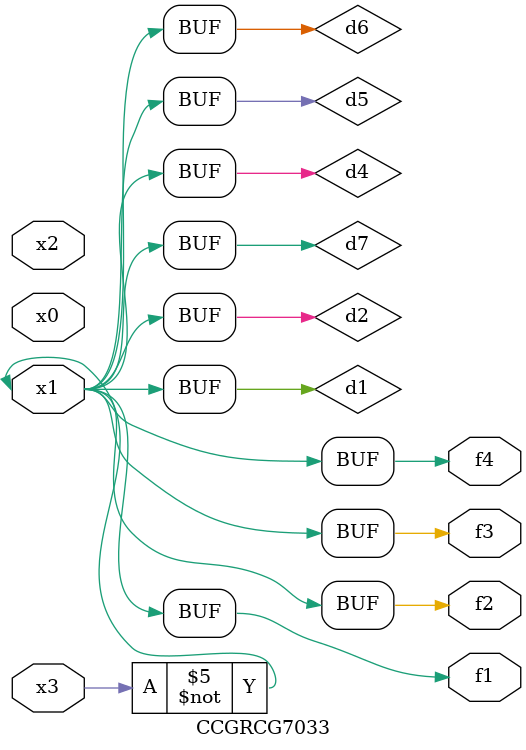
<source format=v>
module CCGRCG7033(
	input x0, x1, x2, x3,
	output f1, f2, f3, f4
);

	wire d1, d2, d3, d4, d5, d6, d7;

	not (d1, x3);
	buf (d2, x1);
	xnor (d3, d1, d2);
	nor (d4, d1);
	buf (d5, d1, d2);
	buf (d6, d4, d5);
	nand (d7, d4);
	assign f1 = d6;
	assign f2 = d7;
	assign f3 = d6;
	assign f4 = d6;
endmodule

</source>
